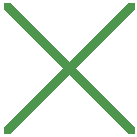
<source format=gbr>
%TF.GenerationSoftware,KiCad,Pcbnew,(6.0.11)*%
%TF.CreationDate,2023-07-10T01:10:07-07:00*%
%TF.ProjectId,cga-ypbpr-left,6367612d-7970-4627-9072-2d6c6566742e,rev?*%
%TF.SameCoordinates,PX2990618PY4bd2668*%
%TF.FileFunction,Soldermask,Top*%
%TF.FilePolarity,Negative*%
%FSLAX46Y46*%
G04 Gerber Fmt 4.6, Leading zero omitted, Abs format (unit mm)*
G04 Created by KiCad (PCBNEW (6.0.11)) date 2023-07-10 01:10:07*
%MOMM*%
%LPD*%
G01*
G04 APERTURE LIST*
%ADD10C,0.100000*%
G04 APERTURE END LIST*
D10*
G36*
X14917000Y36255000D02*
G01*
X19917000Y41255000D01*
X20417000Y41255000D01*
X20417000Y40755000D01*
X15417000Y35755000D01*
X20417000Y30755000D01*
X20417000Y30255000D01*
X19917000Y30255000D01*
X14917000Y35255000D01*
X9917000Y30255000D01*
X9417000Y30255000D01*
X9417000Y30755000D01*
X14417000Y35755000D01*
X9417000Y40755000D01*
X9417000Y41255000D01*
X9917000Y41255000D01*
X14917000Y36255000D01*
G37*
X14917000Y36255000D02*
X19917000Y41255000D01*
X20417000Y41255000D01*
X20417000Y40755000D01*
X15417000Y35755000D01*
X20417000Y30755000D01*
X20417000Y30255000D01*
X19917000Y30255000D01*
X14917000Y35255000D01*
X9917000Y30255000D01*
X9417000Y30255000D01*
X9417000Y30755000D01*
X14417000Y35755000D01*
X9417000Y40755000D01*
X9417000Y41255000D01*
X9917000Y41255000D01*
X14917000Y36255000D01*
M02*

</source>
